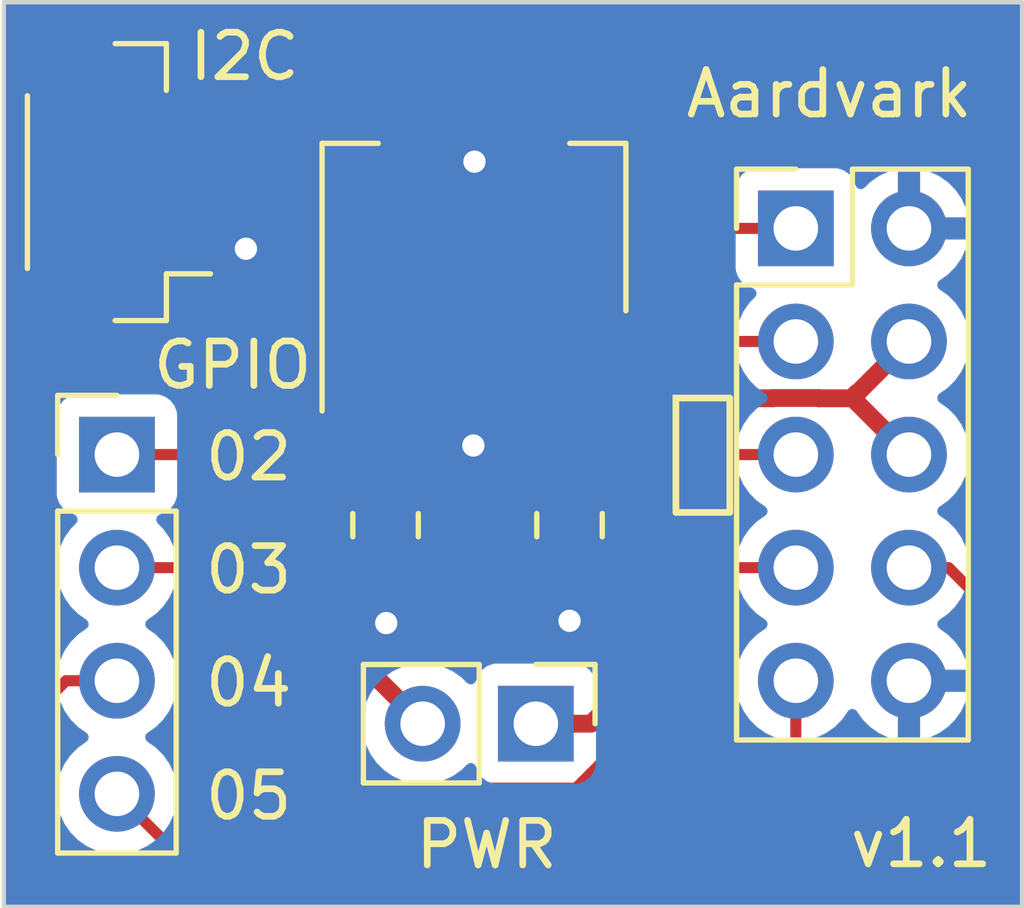
<source format=kicad_pcb>
(kicad_pcb (version 20221018) (generator pcbnew)
  (title_block (title "Aardvark QUIIC Adapter") (date "2023-02-22") (rev "1.1"))
  (layers (0 "F.Cu" signal) (31 "B.Cu" signal) (34 "B.Paste" user) (35 "F.Paste" user) (36 "B.SilkS" user "B.Silkscreen") (37 "F.SilkS" user "F.Silkscreen") (38 "B.Mask" user) (39 "F.Mask" user) (44 "Edge.Cuts" user))
  (net 0 "")
  (net 1 "/SCL")
  (net 2 "/SDA")
  (net 3 "GND")
  (net 4 "+3.3V")
  (net 5 "/GPIO02")
  (net 6 "/GPIO03")
  (net 7 "/GPIO04")
  (net 8 "/GPIO05")
  (net 9 "/PWR")
  (net 10 "+5V")
  (footprint "Capacitor_SMD:C_0805_2012Metric" (layer "F.Cu") (at 127 87.945 -90)
    (fp_text reference "C2" hide)
    (fp_text value "4.7uF" hide)
    (fp_line (start -0.261252 -0.735) (end 0.261252 -0.735) (stroke (width 0.12)) (layer "F.SilkS"))
    (fp_line (start -0.261252 0.735) (end 0.261252 0.735) (stroke (width 0.12)) (layer "F.SilkS"))
    (pad "1" smd roundrect (at -0.95 0 270) (size 1 1.45) (layers "F.Cu" "F.Paste" "F.Mask") (net 4 "+3.3V"))
    (pad "2" smd roundrect (at 0.95 0 270) (size 1 1.45) (layers "F.Cu" "F.Paste" "F.Mask") (net 3 "GND"))
  )
  (footprint "Package_TO_SOT_SMD:SOT-223-3_TabPin2" (layer "F.Cu") (at 124.855 81.28 90)
    (fp_text reference "U1" hide)
    (fp_text value "AP7361C-33E" hide)
    (fp_line (start -4.1 -3.41) (end 1.91 -3.41) (stroke (width 0.12)) (layer "F.SilkS"))
    (fp_line (start -1.85 3.41) (end 1.91 3.41) (stroke (width 0.12)) (layer "F.SilkS"))
    (fp_line (start 1.91 -3.41) (end 1.91 -2.15) (stroke (width 0.12)) (layer "F.SilkS"))
    (fp_line (start 1.91 3.41) (end 1.91 2.15) (stroke (width 0.12)) (layer "F.SilkS"))
    (pad "1" smd rect (at -3.15 -2.3 90) (size 2 1.5) (layers "F.Cu" "F.Paste" "F.Mask") (net 10 "+5V"))
    (pad "2" smd rect (at -3.15 0 90) (size 2 1.5) (layers "F.Cu" "F.Paste" "F.Mask") (net 3 "GND"))
    (pad "2" smd rect (at 3.15 0 90) (size 2 3.8) (layers "F.Cu" "F.Paste" "F.Mask") (net 3 "GND"))
    (pad "3" smd rect (at -3.15 2.3 90) (size 2 1.5) (layers "F.Cu" "F.Paste" "F.Mask") (net 4 "+3.3V"))
  )
  (footprint "Connector_PinHeader_2.54mm:PinHeader_1x02_P2.54mm_Vertical" (layer "F.Cu") (at 126.243 92.4052 -90)
    (fp_text reference "J4" hide)
    (fp_text value "Conn_01x02" hide)
    (fp_line (start -1.33 -1.33) (end 0 -1.33) (stroke (width 0.12)) (layer "F.SilkS"))
    (fp_line (start -1.33 0) (end -1.33 -1.33) (stroke (width 0.12)) (layer "F.SilkS"))
    (fp_line (start -1.33 1.27) (end -1.33 3.87) (stroke (width 0.12)) (layer "F.SilkS"))
    (fp_line (start -1.33 1.27) (end 1.33 1.27) (stroke (width 0.12)) (layer "F.SilkS"))
    (fp_line (start -1.33 3.87) (end 1.33 3.87) (stroke (width 0.12)) (layer "F.SilkS"))
    (fp_line (start 1.33 1.27) (end 1.33 3.87) (stroke (width 0.12)) (layer "F.SilkS"))
    (pad "1" thru_hole rect (at 0 0 270) (size 1.7 1.7) (drill 1) (layers "*.Cu" "*.Mask") (net 4 "+3.3V"))
    (pad "2" thru_hole oval (at 0 2.54 270) (size 1.7 1.7) (drill 1) (layers "*.Cu" "*.Mask") (net 9 "/PWR"))
  )
  (footprint "Connector_JST:JST_SH_BM04B-SRSS-TB_1x04-1MP_P1.00mm_Vertical" (layer "F.Cu") (at 116.84 80.24 90)
    (fp_text reference "J2" hide)
    (fp_text value "Conn_01x04" hide)
    (fp_line (start -3.11 -0.04) (end -3.11 1.11) (stroke (width 0.12)) (layer "F.SilkS"))
    (fp_line (start -3.11 1.11) (end -2.06 1.11) (stroke (width 0.12)) (layer "F.SilkS"))
    (fp_line (start -2.06 1.11) (end -2.06 2.1) (stroke (width 0.12)) (layer "F.SilkS"))
    (fp_line (start -1.94 -2.01) (end 1.94 -2.01) (stroke (width 0.12)) (layer "F.SilkS"))
    (fp_line (start 3.11 -0.04) (end 3.11 1.11) (stroke (width 0.12)) (layer "F.SilkS"))
    (fp_line (start 3.11 1.11) (end 2.06 1.11) (stroke (width 0.12)) (layer "F.SilkS"))
    (pad "1" smd roundrect (at -1.5 1.325 90) (size 0.6 1.55) (layers "F.Cu" "F.Paste" "F.Mask") (net 3 "GND"))
    (pad "2" smd roundrect (at -0.5 1.325 90) (size 0.6 1.55) (layers "F.Cu" "F.Paste" "F.Mask") (net 9 "/PWR"))
    (pad "3" smd roundrect (at 0.5 1.325 90) (size 0.6 1.55) (layers "F.Cu" "F.Paste" "F.Mask") (net 2 "/SDA"))
    (pad "4" smd roundrect (at 1.5 1.325 90) (size 0.6 1.55) (layers "F.Cu" "F.Paste" "F.Mask") (net 1 "/SCL"))
    (pad "MP" smd roundrect (at -2.8 -1.2 90) (size 1.2 1.8) (layers "F.Cu" "F.Paste" "F.Mask") (roundrect_rratio 0.208333))
    (pad "MP" smd roundrect (at 2.8 -1.2 90) (size 1.2 1.8) (layers "F.Cu" "F.Paste" "F.Mask") (roundrect_rratio 0.208333))
  )
  (footprint "Connector_PinHeader_2.54mm:PinHeader_1x04_P2.54mm_Vertical" (layer "F.Cu") (at 116.84 86.36)
    (fp_text reference "J3" hide)
    (fp_text value "Conn_01x04" hide)
    (fp_line (start -1.33 -1.33) (end 0 -1.33) (stroke (width 0.12)) (layer "F.SilkS"))
    (fp_line (start -1.33 0) (end -1.33 -1.33) (stroke (width 0.12)) (layer "F.SilkS"))
    (fp_line (start -1.33 1.27) (end -1.33 8.95) (stroke (width 0.12)) (layer "F.SilkS"))
    (fp_line (start -1.33 1.27) (end 1.33 1.27) (stroke (width 0.12)) (layer "F.SilkS"))
    (fp_line (start -1.33 8.95) (end 1.33 8.95) (stroke (width 0.12)) (layer "F.SilkS"))
    (fp_line (start 1.33 1.27) (end 1.33 8.95) (stroke (width 0.12)) (layer "F.SilkS"))
    (pad "1" thru_hole rect (at 0 0) (size 1.7 1.7) (drill 1) (layers "*.Cu" "*.Mask") (net 5 "/GPIO02"))
    (pad "2" thru_hole oval (at 0 2.54) (size 1.7 1.7) (drill 1) (layers "*.Cu" "*.Mask") (net 6 "/GPIO03"))
    (pad "3" thru_hole oval (at 0 5.08) (size 1.7 1.7) (drill 1) (layers "*.Cu" "*.Mask") (net 7 "/GPIO04"))
    (pad "4" thru_hole oval (at 0 7.62) (size 1.7 1.7) (drill 1) (layers "*.Cu" "*.Mask") (net 8 "/GPIO05"))
  )
  (footprint "Connector_PinHeader_2.54mm:PinHeader_2x05_P2.54mm_Vertical" (layer "F.Cu") (at 132.08 81.28)
    (fp_text reference "J1" hide)
    (fp_text value "Conn_02x05_Odd_Even" hide)
    (fp_line (start -1.33 -1.33) (end 0 -1.33) (stroke (width 0.12)) (layer "F.SilkS"))
    (fp_line (start -1.33 0) (end -1.33 -1.33) (stroke (width 0.12)) (layer "F.SilkS"))
    (fp_line (start -1.33 1.27) (end -1.33 11.49) (stroke (width 0.12)) (layer "F.SilkS"))
    (fp_line (start -1.33 1.27) (end 1.27 1.27) (stroke (width 0.12)) (layer "F.SilkS"))
    (fp_line (start -1.33 11.49) (end 3.87 11.49) (stroke (width 0.12)) (layer "F.SilkS"))
    (fp_line (start 1.27 -1.33) (end 3.87 -1.33) (stroke (width 0.12)) (layer "F.SilkS"))
    (fp_line (start 1.27 1.27) (end 1.27 -1.33) (stroke (width 0.12)) (layer "F.SilkS"))
    (fp_line (start 3.87 -1.33) (end 3.87 11.49) (stroke (width 0.12)) (layer "F.SilkS"))
    (pad "1" thru_hole rect (at 0 0) (size 1.7 1.7) (drill 1) (layers "*.Cu" "*.Mask") (net 1 "/SCL"))
    (pad "2" thru_hole oval (at 2.54 0) (size 1.7 1.7) (drill 1) (layers "*.Cu" "*.Mask") (net 3 "GND"))
    (pad "3" thru_hole oval (at 0 2.54) (size 1.7 1.7) (drill 1) (layers "*.Cu" "*.Mask") (net 2 "/SDA"))
    (pad "4" thru_hole oval (at 2.54 2.54) (size 1.7 1.7) (drill 1) (layers "*.Cu" "*.Mask") (net 10 "+5V"))
    (pad "5" thru_hole oval (at 0 5.08) (size 1.7 1.7) (drill 1) (layers "*.Cu" "*.Mask") (net 5 "/GPIO02"))
    (pad "6" thru_hole oval (at 2.54 5.08) (size 1.7 1.7) (drill 1) (layers "*.Cu" "*.Mask") (net 10 "+5V"))
    (pad "7" thru_hole oval (at 0 7.62) (size 1.7 1.7) (drill 1) (layers "*.Cu" "*.Mask") (net 6 "/GPIO03"))
    (pad "8" thru_hole oval (at 2.54 7.62) (size 1.7 1.7) (drill 1) (layers "*.Cu" "*.Mask") (net 7 "/GPIO04"))
    (pad "9" thru_hole oval (at 0 10.16) (size 1.7 1.7) (drill 1) (layers "*.Cu" "*.Mask") (net 8 "/GPIO05"))
    (pad "10" thru_hole oval (at 2.54 10.16) (size 1.7 1.7) (drill 1) (layers "*.Cu" "*.Mask") (net 3 "GND"))
  )
  (footprint "Capacitor_SMD:C_0805_2012Metric" (layer "F.Cu") (at 122.87 87.945 -90)
    (fp_text reference "C1" hide)
    (fp_text value "4.7uF" hide)
    (fp_line (start -0.261252 -0.735) (end 0.261252 -0.735) (stroke (width 0.12)) (layer "F.SilkS"))
    (fp_line (start -0.261252 0.735) (end 0.261252 0.735) (stroke (width 0.12)) (layer "F.SilkS"))
    (pad "1" smd roundrect (at -0.95 0 270) (size 1 1.45) (layers "F.Cu" "F.Paste" "F.Mask") (net 10 "+5V"))
    (pad "2" smd roundrect (at 0.95 0 270) (size 1 1.45) (layers "F.Cu" "F.Paste" "F.Mask") (net 3 "GND"))
  )
  (gr_rect (start 129.3876 85.09) (end 130.5976 87.66) (stroke (width 0.15)) (fill none) (layer "F.SilkS"))
  (gr_rect (start 114.3 76.2) (end 137.16 96.52) (stroke (width 0.1)) (fill none) (layer "Edge.Cuts"))
  (gr_text "03" (at 118.745 89.535) (layer "F.SilkS") (effects (font (size 1 1)) (justify left bottom)))
  (gr_text "02" (at 118.745 86.995) (layer "F.SilkS") (effects (font (size 1 1)) (justify left bottom)))
  (gr_text "04" (at 118.745 92.075) (layer "F.SilkS") (effects (font (size 1 1)) (justify left bottom)))
  (gr_text "GPIO" (at 117.5766 84.9376) (layer "F.SilkS") (effects (font (size 1 1)) (justify left bottom)))
  (gr_text "Aardvark" (at 129.54 78.8416) (layer "F.SilkS") (effects (font (size 1 1)) (justify left bottom)))
  (gr_text "I2C" (at 118.3894 78.0034) (layer "F.SilkS") (effects (font (size 1 1)) (justify left bottom)))
  (gr_text "PWR" (at 123.4694 95.7072) (layer "F.SilkS") (effects (font (size 1 1)) (justify left bottom)))
  (gr_text "05" (at 118.745 94.615) (layer "F.SilkS") (effects (font (size 1 1)) (justify left bottom)))
  (gr_text "v1.1" (at 133.223 95.6818) (layer "F.SilkS") (effects (font (size 1 1)) (justify left bottom)))
  (segment (start 129.159 81.28) (end 132.08 81.28) (width 0.25) (layer "F.Cu") (net 1))
  (segment (start 128.7852 80.9062) (end 129.159 81.28) (width 0.25) (layer "F.Cu") (net 1))
  (segment (start 121.1072 78.74) (end 123.2734 80.9062) (width 0.25) (layer "F.Cu") (net 1))
  (segment (start 118.165 78.74) (end 121.1072 78.74) (width 0.25) (layer "F.Cu") (net 1))
  (segment (start 123.2734 80.9062) (end 128.7852 80.9062) (width 0.25) (layer "F.Cu") (net 1))
  (segment (start 118.165 79.74) (end 121.0912 79.74) (width 0.25) (layer "F.Cu") (net 2))
  (segment (start 128.2954 81.5848) (end 130.5306 83.82) (width 0.25) (layer "F.Cu") (net 2))
  (segment (start 121.0912 79.74) (end 122.936 81.5848) (width 0.25) (layer "F.Cu") (net 2))
  (segment (start 122.936 81.5848) (end 128.2954 81.5848) (width 0.25) (layer "F.Cu") (net 2))
  (segment (start 130.5306 83.82) (end 132.08 83.82) (width 0.25) (layer "F.Cu") (net 2))
  (segment (start 124.855 79.77) (end 124.8664 79.7814) (width 0.4) (layer "F.Cu") (net 3))
  (segment (start 122.87 88.895) (end 122.87 90.1294) (width 0.4) (layer "F.Cu") (net 3))
  (segment (start 122.87 90.1294) (end 122.8852 90.1446) (width 0.4) (layer "F.Cu") (net 3))
  (segment (start 124.855 78.13) (end 124.855 79.77) (width 0.4) (layer "F.Cu") (net 3))
  (segment (start 124.855 86.1428) (end 124.841 86.1568) (width 0.4) (layer "F.Cu") (net 3))
  (segment (start 124.855 84.43) (end 124.855 86.1428) (width 0.4) (layer "F.Cu") (net 3))
  (segment (start 119.7328 81.74) (end 118.165 81.74) (width 0.4) (layer "F.Cu") (net 3))
  (segment (start 127 88.895) (end 127 90.0938) (width 0.4) (layer "F.Cu") (net 3))
  (segment (start 119.7356 81.7372) (end 119.7328 81.74) (width 0.4) (layer "F.Cu") (net 3))
  (via (at 122.8852 90.1446) (size 1) (drill 0.5) (layers "F.Cu" "B.Cu") (net 3))
  (via (at 124.8664 79.7814) (size 1) (drill 0.5) (layers "F.Cu" "B.Cu") (net 3))
  (via (at 127 90.0938) (size 1) (drill 0.5) (layers "F.Cu" "B.Cu") (net 3))
  (via (at 119.7356 81.7372) (size 1) (drill 0.5) (layers "F.Cu" "B.Cu") (net 3))
  (via (at 124.841 86.1568) (size 1) (drill 0.5) (layers "F.Cu" "B.Cu") (net 3))
  (segment (start 125.1966 86.1568) (end 129.5527 81.8007) (width 0.4) (layer "B.Cu") (net 3))
  (segment (start 119.7356 81.7372) (end 129.4892 81.7372) (width 0.4) (layer "B.Cu") (net 3))
  (segment (start 122.8852 90.1446) (end 124.841 88.1888) (width 0.4) (layer "B.Cu") (net 3))
  (segment (start 134.112 78.613) (end 134.62 79.121) (width 0.4) (layer "B.Cu") (net 3))
  (segment (start 129.8956 81.4578) (end 129.8956 79.7814) (width 0.4) (layer "B.Cu") (net 3))
  (segment (start 130.7338 78.613) (end 134.112 78.613) (width 0.4) (layer "B.Cu") (net 3))
  (segment (start 124.841 88.1888) (end 124.841 86.1568) (width 0.4) (layer "B.Cu") (net 3))
  (segment (start 129.8956 79.4512) (end 130.7338 78.613) (width 0.4) (layer "B.Cu") (net 3))
  (segment (start 134.62 79.121) (end 134.62 81.28) (width 0.4) (layer "B.Cu") (net 3))
  (segment (start 129.4892 81.7372) (end 129.5527 81.8007) (width 0.4) (layer "B.Cu") (net 3))
  (segment (start 124.8664 79.7814) (end 129.8956 79.7814) (width 0.4) (layer "B.Cu") (net 3))
  (segment (start 124.841 86.1568) (end 125.1966 86.1568) (width 0.4) (layer "B.Cu") (net 3))
  (segment (start 124.841 87.9348) (end 124.841 86.1568) (width 0.4) (layer "B.Cu") (net 3))
  (segment (start 129.5527 81.8007) (end 129.8956 81.4578) (width 0.4) (layer "B.Cu") (net 3))
  (segment (start 129.8956 79.7814) (end 129.8956 79.4512) (width 0.4) (layer "B.Cu") (net 3))
  (segment (start 127 90.0938) (end 124.841 87.9348) (width 0.4) (layer "B.Cu") (net 3))
  (segment (start 127.155 85.9256) (end 127.155 84.43) (width 0.4) (layer "F.Cu") (net 4))
  (segment (start 126.243 92.4052) (end 127.4826 92.4052) (width 0.4) (layer "F.Cu") (net 4))
  (segment (start 128.4042 91.4836) (end 128.4042 87.2562) (width 0.4) (layer "F.Cu") (net 4))
  (segment (start 127 86.0806) (end 127.155 85.9256) (width 0.4) (layer "F.Cu") (net 4))
  (segment (start 128.4042 87.2562) (end 128.143 86.995) (width 0.4) (layer "F.Cu") (net 4))
  (segment (start 128.143 86.995) (end 127 86.995) (width 0.4) (layer "F.Cu") (net 4))
  (segment (start 127.4826 92.4052) (end 128.4042 91.4836) (width 0.4) (layer "F.Cu") (net 4))
  (segment (start 127 86.995) (end 127 86.0806) (width 0.4) (layer "F.Cu") (net 4))
  (segment (start 130.3782 86.36) (end 129.3622 87.376) (width 0.25) (layer "F.Cu") (net 5))
  (segment (start 120.4214 91.3892) (end 120.4214 87.0204) (width 0.25) (layer "F.Cu") (net 5))
  (segment (start 132.08 86.36) (end 130.3782 86.36) (width 0.25) (layer "F.Cu") (net 5))
  (segment (start 129.3622 91.636) (end 127.1452 93.853) (width 0.25) (layer "F.Cu") (net 5))
  (segment (start 122.8852 93.853) (end 120.4214 91.3892) (width 0.25) (layer "F.Cu") (net 5))
  (segment (start 129.3622 87.376) (end 129.3622 91.636) (width 0.25) (layer "F.Cu") (net 5))
  (segment (start 127.1452 93.853) (end 122.8852 93.853) (width 0.25) (layer "F.Cu") (net 5))
  (segment (start 120.4214 87.0204) (end 119.761 86.36) (width 0.25) (layer "F.Cu") (net 5))
  (segment (start 119.761 86.36) (end 116.84 86.36) (width 0.25) (layer "F.Cu") (net 5))
  (segment (start 122.3518 94.4372) (end 119.7864 91.8718) (width 0.25) (layer "F.Cu") (net 6))
  (segment (start 132.08 88.9) (end 130.7084 88.9) (width 0.25) (layer "F.Cu") (net 6))
  (segment (start 127.7112 94.4372) (end 122.3518 94.4372) (width 0.25) (layer "F.Cu") (net 6))
  (segment (start 119.7864 91.8718) (end 119.7864 89.4588) (width 0.25) (layer "F.Cu") (net 6))
  (segment (start 130.048 89.5604) (end 130.048 92.1004) (width 0.25) (layer "F.Cu") (net 6))
  (segment (start 119.2276 88.9) (end 116.84 88.9) (width 0.25) (layer "F.Cu") (net 6))
  (segment (start 130.7084 88.9) (end 130.048 89.5604) (width 0.25) (layer "F.Cu") (net 6))
  (segment (start 130.048 92.1004) (end 127.7112 94.4372) (width 0.25) (layer "F.Cu") (net 6))
  (segment (start 119.7864 89.4588) (end 119.2276 88.9) (width 0.25) (layer "F.Cu") (net 6))
  (segment (start 134.62 88.9) (end 135.509 88.9) (width 0.25) (layer "F.Cu") (net 7))
  (segment (start 135.509 88.9) (end 136.3472 89.7382) (width 0.25) (layer "F.Cu") (net 7))
  (segment (start 136.3472 92.6084) (end 133.3246 95.631) (width 0.25) (layer "F.Cu") (net 7))
  (segment (start 115.697 91.44) (end 116.84 91.44) (width 0.25) (layer "F.Cu") (net 7))
  (segment (start 133.3246 95.631) (end 116.0262 95.631) (width 0.25) (layer "F.Cu") (net 7))
  (segment (start 136.3472 89.7382) (end 136.3472 92.6084) (width 0.25) (layer "F.Cu") (net 7))
  (segment (start 116.0262 95.631) (end 115.0366 94.6414) (width 0.25) (layer "F.Cu") (net 7))
  (segment (start 115.0366 92.1004) (end 115.697 91.44) (width 0.25) (layer "F.Cu") (net 7))
  (segment (start 115.0366 94.6414) (end 115.0366 92.1004) (width 0.25) (layer "F.Cu") (net 7))
  (segment (start 132.08 91.44) (end 132.08 92.9132) (width 0.25) (layer "F.Cu") (net 8))
  (segment (start 117.856 94.996) (end 116.84 93.98) (width 0.25) (layer "F.Cu") (net 8))
  (segment (start 129.9972 94.996) (end 117.856 94.996) (width 0.25) (layer "F.Cu") (net 8))
  (segment (start 132.08 92.9132) (end 129.9972 94.996) (width 0.25) (layer "F.Cu") (net 8))
  (segment (start 121.2596 81.7626) (end 120.237 80.74) (width 0.4) (layer "F.Cu") (net 9))
  (segment (start 121.2596 89.9618) (end 121.2596 81.7626) (width 0.4) (layer "F.Cu") (net 9))
  (segment (start 120.237 80.74) (end 118.165 80.74) (width 0.4) (layer "F.Cu") (net 9))
  (segment (start 123.703 92.4052) (end 121.2596 89.9618) (width 0.4) (layer "F.Cu") (net 9))
  (segment (start 133.3246 85.0954) (end 132.603167 85.0954) (width 0.4) (layer "F.Cu") (net 10))
  (segment (start 132.603167 85.0954) (end 132.597767 85.09) (width 0.4) (layer "F.Cu") (net 10))
  (segment (start 134.62 83.82) (end 133.445 84.995) (width 0.4) (layer "F.Cu") (net 10))
  (segment (start 130.6322 85.0954) (end 128.0614 82.5246) (width 0.4) (layer "F.Cu") (net 10))
  (segment (start 131.562233 85.09) (end 131.556833 85.0954) (width 0.4) (layer "F.Cu") (net 10))
  (segment (start 133.445 84.975) (end 133.3246 85.0954) (width 0.4) (layer "F.Cu") (net 10))
  (segment (start 132.597767 85.09) (end 131.562233 85.09) (width 0.4) (layer "F.Cu") (net 10))
  (segment (start 133.445 85.185) (end 133.445 84.995) (width 0.4) (layer "F.Cu") (net 10))
  (segment (start 134.62 86.36) (end 133.445 85.185) (width 0.4) (layer "F.Cu") (net 10))
  (segment (start 123.0176 82.5246) (end 122.555 82.9872) (width 0.4) (layer "F.Cu") (net 10))
  (segment (start 122.555 85.8774) (end 122.555 84.43) (width 0.4) (layer "F.Cu") (net 10))
  (segment (start 122.555 82.9872) (end 122.555 84.41) (width 0.4) (layer "F.Cu") (net 10))
  (segment (start 122.87 86.1924) (end 122.555 85.8774) (width 0.4) (layer "F.Cu") (net 10))
  (segment (start 122.87 86.995) (end 122.87 86.1924) (width 0.4) (layer "F.Cu") (net 10))
  (segment (start 128.0614 82.5246) (end 123.0176 82.5246) (width 0.4) (layer "F.Cu") (net 10))
  (segment (start 131.556833 85.0954) (end 130.6322 85.0954) (width 0.4) (layer "F.Cu") (net 10))
  (zone (net 3) (net_name "GND") (layer "B.Cu") (connect_pads (clearance 0.5)) (min_thickness 0.25) (fill yes (thermal_gap 0.5) (thermal_bridge_width 0.5))
    (polygon (pts (xy 114.3 76.2) (xy 137.16 76.2) (xy 137.16 96.52) (xy 114.3 96.52)))
  )
)
</source>
